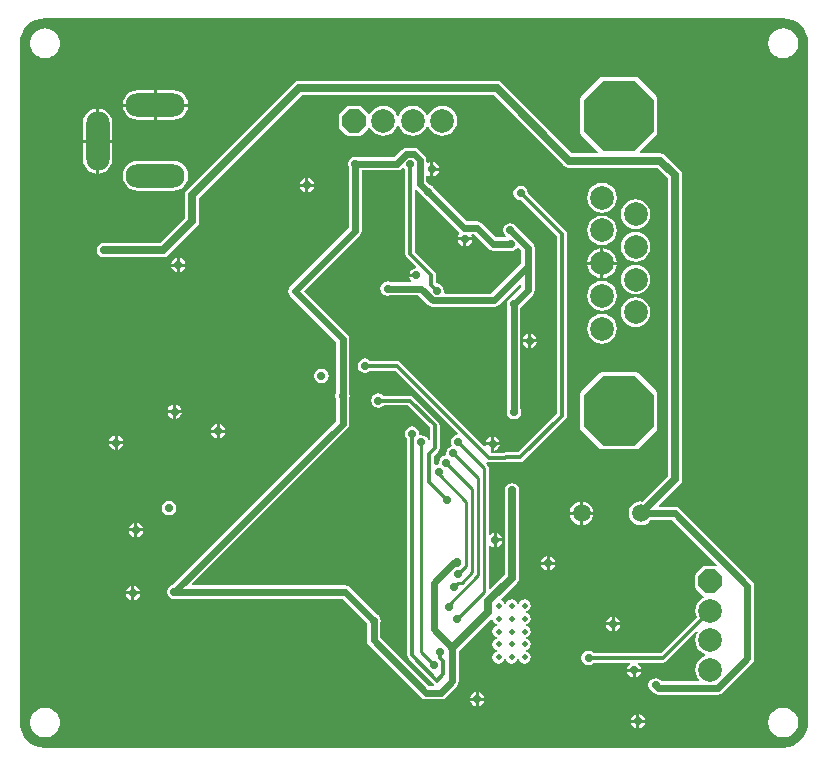
<source format=gbl>
G04 Layer_Physical_Order=2*
G04 Layer_Color=16711680*
%FSLAX43Y43*%
%MOMM*%
G71*
G01*
G75*
%ADD29C,0.300*%
%ADD30C,0.600*%
%ADD31C,0.700*%
%ADD33C,0.250*%
%ADD35C,2.000*%
%ADD36P,2.165X8X22.5*%
%ADD37P,2.165X8X292.5*%
%ADD38P,6.494X8X202.5*%
%ADD39O,5.000X2.000*%
%ADD40O,2.000X5.000*%
%ADD41C,1.500*%
%ADD42C,0.700*%
%ADD43C,0.500*%
G36*
X65000Y54632D02*
Y54632D01*
X65005Y54636D01*
X65417Y54595D01*
X65817Y54473D01*
X66187Y54276D01*
X66510Y54010D01*
X66776Y53687D01*
X66973Y53317D01*
X67095Y52917D01*
X67136Y52505D01*
X67132Y52500D01*
X67132D01*
X67139Y52462D01*
Y-4961D01*
X67131Y-5000D01*
X67131D01*
X67135Y-5004D01*
X67095Y-5417D01*
X66973Y-5817D01*
X66776Y-6187D01*
X66510Y-6510D01*
X66187Y-6776D01*
X65817Y-6973D01*
X65417Y-7095D01*
X65005Y-7135D01*
X65000Y-7131D01*
Y-7131D01*
X64974Y-7136D01*
X64874Y-7139D01*
X2499Y-7139D01*
X2484Y-7142D01*
X2083Y-7103D01*
X1682Y-6981D01*
X1313Y-6784D01*
X989Y-6518D01*
X723Y-6194D01*
X526Y-5825D01*
X404Y-5424D01*
X364Y-5012D01*
X368Y-5008D01*
X368D01*
X361Y-4974D01*
Y52377D01*
X361Y52500D01*
X361Y52501D01*
X369Y52625D01*
X397Y52917D01*
X519Y53318D01*
X716Y53687D01*
X982Y54011D01*
X1306Y54277D01*
X1675Y54474D01*
X2076Y54596D01*
X2488Y54636D01*
X2492Y54632D01*
Y54632D01*
X2526Y54639D01*
X64962D01*
X65000Y54632D01*
D02*
G37*
%LPC*%
G36*
X48921Y12573D02*
X48052D01*
Y11704D01*
X48187Y11722D01*
X48431Y11823D01*
X48641Y11984D01*
X48802Y12194D01*
X48903Y12438D01*
X48921Y12573D01*
D02*
G37*
G36*
X47798D02*
X46929D01*
X46947Y12438D01*
X47048Y12194D01*
X47209Y11984D01*
X47419Y11823D01*
X47663Y11722D01*
X47798Y11704D01*
Y12573D01*
D02*
G37*
G36*
X13000Y13766D02*
X12764Y13719D01*
X12565Y13585D01*
X12431Y13386D01*
X12384Y13150D01*
X12431Y12914D01*
X12565Y12715D01*
X12764Y12581D01*
X13000Y12534D01*
X13236Y12581D01*
X13435Y12715D01*
X13569Y12914D01*
X13616Y13150D01*
X13569Y13386D01*
X13435Y13585D01*
X13236Y13719D01*
X13000Y13766D01*
D02*
G37*
G36*
X48052Y13696D02*
Y12827D01*
X48921D01*
X48903Y12962D01*
X48802Y13206D01*
X48641Y13416D01*
X48431Y13577D01*
X48187Y13678D01*
X48052Y13696D01*
D02*
G37*
G36*
X47798D02*
X47663Y13678D01*
X47419Y13577D01*
X47209Y13416D01*
X47048Y13206D01*
X46947Y12962D01*
X46929Y12827D01*
X47798D01*
Y13696D01*
D02*
G37*
G36*
X10327Y11891D02*
Y11427D01*
X10791D01*
X10769Y11536D01*
X10635Y11735D01*
X10436Y11869D01*
X10327Y11891D01*
D02*
G37*
G36*
X40752Y11041D02*
Y10577D01*
X41216D01*
X41194Y10686D01*
X41060Y10885D01*
X40861Y11019D01*
X40752Y11041D01*
D02*
G37*
G36*
X41216Y10323D02*
X40752D01*
Y9859D01*
X40861Y9881D01*
X41060Y10015D01*
X41194Y10214D01*
X41216Y10323D01*
D02*
G37*
G36*
X10073Y11173D02*
X9609D01*
X9631Y11064D01*
X9765Y10865D01*
X9964Y10731D01*
X10073Y10709D01*
Y11173D01*
D02*
G37*
G36*
Y11891D02*
X9964Y11869D01*
X9765Y11735D01*
X9631Y11536D01*
X9609Y11427D01*
X10073D01*
Y11891D01*
D02*
G37*
G36*
X10791Y11173D02*
X10327D01*
Y10709D01*
X10436Y10731D01*
X10635Y10865D01*
X10769Y11064D01*
X10791Y11173D01*
D02*
G37*
G36*
X40991Y18473D02*
X40527D01*
Y18009D01*
X40636Y18031D01*
X40835Y18165D01*
X40969Y18364D01*
X40991Y18473D01*
D02*
G37*
G36*
X17023Y19548D02*
X16559D01*
X16581Y19439D01*
X16715Y19240D01*
X16914Y19106D01*
X17023Y19084D01*
Y19548D01*
D02*
G37*
G36*
X8652Y19291D02*
Y18827D01*
X9116D01*
X9094Y18936D01*
X8960Y19135D01*
X8761Y19269D01*
X8652Y19291D01*
D02*
G37*
G36*
X17741Y19548D02*
X17277D01*
Y19084D01*
X17386Y19106D01*
X17585Y19240D01*
X17719Y19439D01*
X17741Y19548D01*
D02*
G37*
G36*
X17277Y20266D02*
Y19802D01*
X17741D01*
X17719Y19911D01*
X17585Y20110D01*
X17386Y20244D01*
X17277Y20266D01*
D02*
G37*
G36*
X17023D02*
X16914Y20244D01*
X16715Y20110D01*
X16581Y19911D01*
X16559Y19802D01*
X17023D01*
Y20266D01*
D02*
G37*
G36*
X8398Y19291D02*
X8289Y19269D01*
X8090Y19135D01*
X7956Y18936D01*
X7934Y18827D01*
X8398D01*
Y19291D01*
D02*
G37*
G36*
X9116Y18573D02*
X8652D01*
Y18109D01*
X8761Y18131D01*
X8960Y18265D01*
X9094Y18464D01*
X9116Y18573D01*
D02*
G37*
G36*
X8398D02*
X7934D01*
X7956Y18464D01*
X8090Y18265D01*
X8289Y18131D01*
X8398Y18109D01*
Y18573D01*
D02*
G37*
G36*
X52580Y24644D02*
X49580D01*
X49481Y24624D01*
X49397Y24568D01*
X47897Y23068D01*
X47841Y22984D01*
X47821Y22885D01*
Y19885D01*
X47841Y19786D01*
X47897Y19702D01*
X49397Y18202D01*
X49481Y18146D01*
X49580Y18126D01*
X52580D01*
X52679Y18146D01*
X52763Y18202D01*
X54263Y19702D01*
X54319Y19786D01*
X54339Y19885D01*
Y22885D01*
X54319Y22984D01*
X54263Y23068D01*
X52763Y24568D01*
X52679Y24624D01*
X52580Y24644D01*
D02*
G37*
G36*
X40527Y19191D02*
Y18727D01*
X40991D01*
X40969Y18836D01*
X40835Y19035D01*
X40636Y19169D01*
X40527Y19191D01*
D02*
G37*
G36*
X40273D02*
X40164Y19169D01*
X39965Y19035D01*
X39831Y18836D01*
X39809Y18727D01*
X40273D01*
Y19191D01*
D02*
G37*
G36*
X45227Y9066D02*
Y8602D01*
X45691D01*
X45669Y8711D01*
X45535Y8910D01*
X45336Y9044D01*
X45227Y9066D01*
D02*
G37*
G36*
X39691Y-3152D02*
X39227D01*
Y-3616D01*
X39336Y-3594D01*
X39535Y-3460D01*
X39669Y-3261D01*
X39691Y-3152D01*
D02*
G37*
G36*
X38973D02*
X38509D01*
X38531Y-3261D01*
X38665Y-3460D01*
X38864Y-3594D01*
X38973Y-3616D01*
Y-3152D01*
D02*
G37*
G36*
Y-2434D02*
X38864Y-2456D01*
X38665Y-2590D01*
X38531Y-2789D01*
X38509Y-2898D01*
X38973D01*
Y-2434D01*
D02*
G37*
G36*
X52248Y-727D02*
X51784D01*
X51806Y-836D01*
X51940Y-1035D01*
X52139Y-1169D01*
X52248Y-1191D01*
Y-727D01*
D02*
G37*
G36*
X39227Y-2434D02*
Y-2898D01*
X39691D01*
X39669Y-2789D01*
X39535Y-2590D01*
X39336Y-2456D01*
X39227Y-2434D01*
D02*
G37*
G36*
X65000Y-3732D02*
X64983Y-3736D01*
X64966Y-3735D01*
X64705Y-3769D01*
X64673Y-3780D01*
X64640Y-3786D01*
X64397Y-3887D01*
X64368Y-3906D01*
X64338Y-3921D01*
X64129Y-4081D01*
X64107Y-4107D01*
X64081Y-4129D01*
X63921Y-4338D01*
X63906Y-4368D01*
X63887Y-4397D01*
X63786Y-4640D01*
X63780Y-4673D01*
X63769Y-4705D01*
X63735Y-4966D01*
X63737Y-5000D01*
X63735Y-5034D01*
X63769Y-5295D01*
X63780Y-5327D01*
X63786Y-5360D01*
X63887Y-5603D01*
X63906Y-5632D01*
X63921Y-5662D01*
X64081Y-5871D01*
X64107Y-5893D01*
X64129Y-5919D01*
X64338Y-6079D01*
X64368Y-6094D01*
X64397Y-6113D01*
X64640Y-6214D01*
X64673Y-6220D01*
X64705Y-6231D01*
X64966Y-6265D01*
X64983Y-6264D01*
X65000Y-6268D01*
X65017Y-6264D01*
X65034Y-6265D01*
X65295Y-6231D01*
X65327Y-6220D01*
X65360Y-6214D01*
X65603Y-6113D01*
X65632Y-6094D01*
X65662Y-6079D01*
X65871Y-5919D01*
X65893Y-5893D01*
X65919Y-5871D01*
X66079Y-5662D01*
X66094Y-5632D01*
X66113Y-5603D01*
X66214Y-5360D01*
X66220Y-5327D01*
X66231Y-5295D01*
X66265Y-5034D01*
X66263Y-5000D01*
X66265Y-4966D01*
X66231Y-4705D01*
X66220Y-4673D01*
X66214Y-4640D01*
X66113Y-4397D01*
X66094Y-4368D01*
X66079Y-4338D01*
X65919Y-4129D01*
X65893Y-4107D01*
X65871Y-4081D01*
X65662Y-3921D01*
X65632Y-3906D01*
X65603Y-3887D01*
X65360Y-3786D01*
X65327Y-3780D01*
X65295Y-3769D01*
X65034Y-3735D01*
X65017Y-3736D01*
X65000Y-3732D01*
D02*
G37*
G36*
X53291Y-5027D02*
X52827D01*
Y-5491D01*
X52936Y-5469D01*
X53135Y-5335D01*
X53269Y-5136D01*
X53291Y-5027D01*
D02*
G37*
G36*
X52573D02*
X52109D01*
X52131Y-5136D01*
X52265Y-5335D01*
X52464Y-5469D01*
X52573Y-5491D01*
Y-5027D01*
D02*
G37*
G36*
Y-4309D02*
X52464Y-4331D01*
X52265Y-4465D01*
X52131Y-4664D01*
X52109Y-4773D01*
X52573D01*
Y-4309D01*
D02*
G37*
G36*
X2500Y-3732D02*
X2483Y-3736D01*
X2466Y-3735D01*
X2205Y-3769D01*
X2173Y-3780D01*
X2140Y-3786D01*
X1897Y-3887D01*
X1868Y-3906D01*
X1838Y-3921D01*
X1629Y-4081D01*
X1607Y-4107D01*
X1581Y-4129D01*
X1421Y-4338D01*
X1406Y-4368D01*
X1387Y-4397D01*
X1286Y-4640D01*
X1280Y-4673D01*
X1269Y-4705D01*
X1235Y-4966D01*
X1237Y-5000D01*
X1235Y-5034D01*
X1269Y-5295D01*
X1280Y-5327D01*
X1286Y-5360D01*
X1387Y-5603D01*
X1406Y-5632D01*
X1421Y-5662D01*
X1581Y-5871D01*
X1607Y-5893D01*
X1629Y-5919D01*
X1838Y-6079D01*
X1868Y-6094D01*
X1897Y-6113D01*
X2140Y-6214D01*
X2173Y-6220D01*
X2205Y-6231D01*
X2466Y-6265D01*
X2483Y-6264D01*
X2500Y-6268D01*
X2517Y-6264D01*
X2534Y-6265D01*
X2795Y-6231D01*
X2827Y-6220D01*
X2860Y-6214D01*
X3103Y-6113D01*
X3132Y-6094D01*
X3162Y-6079D01*
X3371Y-5919D01*
X3393Y-5893D01*
X3419Y-5871D01*
X3579Y-5662D01*
X3594Y-5632D01*
X3613Y-5603D01*
X3714Y-5360D01*
X3720Y-5327D01*
X3731Y-5295D01*
X3765Y-5034D01*
X3763Y-5000D01*
X3765Y-4966D01*
X3731Y-4705D01*
X3720Y-4673D01*
X3714Y-4640D01*
X3613Y-4397D01*
X3594Y-4368D01*
X3579Y-4338D01*
X3419Y-4129D01*
X3393Y-4107D01*
X3371Y-4081D01*
X3162Y-3921D01*
X3132Y-3906D01*
X3103Y-3887D01*
X2860Y-3786D01*
X2827Y-3780D01*
X2795Y-3769D01*
X2534Y-3735D01*
X2517Y-3736D01*
X2500Y-3732D01*
D02*
G37*
G36*
X52827Y-4309D02*
Y-4773D01*
X53291D01*
X53269Y-4664D01*
X53135Y-4465D01*
X52936Y-4331D01*
X52827Y-4309D01*
D02*
G37*
G36*
X52966Y-727D02*
X52502D01*
Y-1191D01*
X52611Y-1169D01*
X52810Y-1035D01*
X52944Y-836D01*
X52966Y-727D01*
D02*
G37*
G36*
X10077Y6566D02*
Y6102D01*
X10541D01*
X10519Y6211D01*
X10385Y6410D01*
X10186Y6544D01*
X10077Y6566D01*
D02*
G37*
G36*
X9823D02*
X9714Y6544D01*
X9515Y6410D01*
X9381Y6211D01*
X9359Y6102D01*
X9823D01*
Y6566D01*
D02*
G37*
G36*
X44973Y8348D02*
X44509D01*
X44531Y8239D01*
X44665Y8040D01*
X44864Y7906D01*
X44973Y7884D01*
Y8348D01*
D02*
G37*
G36*
Y9066D02*
X44864Y9044D01*
X44665Y8910D01*
X44531Y8711D01*
X44509Y8602D01*
X44973D01*
Y9066D01*
D02*
G37*
G36*
X45691Y8348D02*
X45227D01*
Y7884D01*
X45336Y7906D01*
X45535Y8040D01*
X45669Y8239D01*
X45691Y8348D01*
D02*
G37*
G36*
X10541Y5848D02*
X10077D01*
Y5384D01*
X10186Y5406D01*
X10385Y5540D01*
X10519Y5739D01*
X10541Y5848D01*
D02*
G37*
G36*
X51191Y3223D02*
X50727D01*
Y2759D01*
X50836Y2781D01*
X51035Y2915D01*
X51169Y3114D01*
X51191Y3223D01*
D02*
G37*
G36*
X50473D02*
X50009D01*
X50031Y3114D01*
X50165Y2915D01*
X50364Y2781D01*
X50473Y2759D01*
Y3223D01*
D02*
G37*
G36*
Y3941D02*
X50364Y3919D01*
X50165Y3785D01*
X50031Y3586D01*
X50009Y3477D01*
X50473D01*
Y3941D01*
D02*
G37*
G36*
X9823Y5848D02*
X9359D01*
X9381Y5739D01*
X9515Y5540D01*
X9714Y5406D01*
X9823Y5384D01*
Y5848D01*
D02*
G37*
G36*
X50727Y3941D02*
Y3477D01*
X51191D01*
X51169Y3586D01*
X51035Y3785D01*
X50836Y3919D01*
X50727Y3941D01*
D02*
G37*
G36*
X13348Y21198D02*
X12884D01*
X12906Y21089D01*
X13040Y20890D01*
X13239Y20756D01*
X13348Y20734D01*
Y21198D01*
D02*
G37*
G36*
X24548Y41091D02*
X24439Y41069D01*
X24240Y40935D01*
X24106Y40736D01*
X24084Y40627D01*
X24548D01*
Y41091D01*
D02*
G37*
G36*
X13350Y42540D02*
X10350D01*
X10023Y42497D01*
X9718Y42370D01*
X9456Y42169D01*
X9255Y41907D01*
X9128Y41602D01*
X9085Y41275D01*
X9128Y40948D01*
X9255Y40643D01*
X9456Y40381D01*
X9718Y40180D01*
X10023Y40053D01*
X10350Y40010D01*
X13350D01*
X13677Y40053D01*
X13982Y40180D01*
X14244Y40381D01*
X14445Y40643D01*
X14572Y40948D01*
X14615Y41275D01*
X14572Y41602D01*
X14445Y41907D01*
X14244Y42169D01*
X13982Y42370D01*
X13677Y42497D01*
X13350Y42540D01*
D02*
G37*
G36*
X24802Y41091D02*
Y40627D01*
X25266D01*
X25244Y40736D01*
X25110Y40935D01*
X24911Y41069D01*
X24802Y41091D01*
D02*
G37*
G36*
X8215Y44098D02*
X7077D01*
Y41477D01*
X7277Y41503D01*
X7582Y41630D01*
X7844Y41831D01*
X8045Y42093D01*
X8172Y42398D01*
X8215Y42725D01*
Y44098D01*
D02*
G37*
G36*
X35841Y41723D02*
X35377D01*
Y41259D01*
X35486Y41281D01*
X35685Y41415D01*
X35819Y41614D01*
X35841Y41723D01*
D02*
G37*
G36*
X25266Y40373D02*
X24802D01*
Y39909D01*
X24911Y39931D01*
X25110Y40065D01*
X25244Y40264D01*
X25266Y40373D01*
D02*
G37*
G36*
X49660Y37920D02*
X49333Y37877D01*
X49028Y37750D01*
X48766Y37549D01*
X48565Y37287D01*
X48438Y36982D01*
X48395Y36655D01*
X48438Y36328D01*
X48565Y36023D01*
X48766Y35761D01*
X49028Y35560D01*
X49333Y35433D01*
X49660Y35390D01*
X49987Y35433D01*
X50292Y35560D01*
X50554Y35761D01*
X50755Y36023D01*
X50882Y36328D01*
X50925Y36655D01*
X50882Y36982D01*
X50755Y37287D01*
X50554Y37549D01*
X50292Y37750D01*
X49987Y37877D01*
X49660Y37920D01*
D02*
G37*
G36*
X2500Y53768D02*
X2483Y53764D01*
X2466Y53765D01*
X2205Y53731D01*
X2173Y53720D01*
X2140Y53714D01*
X1897Y53613D01*
X1868Y53594D01*
X1838Y53579D01*
X1629Y53419D01*
X1607Y53393D01*
X1581Y53371D01*
X1421Y53162D01*
X1406Y53132D01*
X1387Y53103D01*
X1286Y52860D01*
X1280Y52827D01*
X1269Y52795D01*
X1235Y52534D01*
X1237Y52500D01*
X1235Y52466D01*
X1269Y52205D01*
X1280Y52173D01*
X1286Y52140D01*
X1387Y51897D01*
X1406Y51868D01*
X1421Y51838D01*
X1581Y51629D01*
X1607Y51607D01*
X1629Y51581D01*
X1838Y51421D01*
X1868Y51406D01*
X1897Y51387D01*
X2140Y51286D01*
X2173Y51280D01*
X2205Y51269D01*
X2466Y51235D01*
X2483Y51236D01*
X2500Y51232D01*
X2517Y51236D01*
X2534Y51235D01*
X2795Y51269D01*
X2827Y51280D01*
X2860Y51286D01*
X3103Y51387D01*
X3132Y51406D01*
X3162Y51421D01*
X3371Y51581D01*
X3393Y51607D01*
X3419Y51629D01*
X3579Y51838D01*
X3594Y51868D01*
X3613Y51897D01*
X3714Y52140D01*
X3720Y52173D01*
X3731Y52205D01*
X3765Y52466D01*
X3763Y52500D01*
X3765Y52534D01*
X3731Y52795D01*
X3720Y52827D01*
X3714Y52860D01*
X3613Y53103D01*
X3594Y53132D01*
X3579Y53162D01*
X3419Y53371D01*
X3393Y53393D01*
X3371Y53419D01*
X3162Y53579D01*
X3132Y53594D01*
X3103Y53613D01*
X2860Y53714D01*
X2827Y53720D01*
X2795Y53731D01*
X2534Y53765D01*
X2517Y53764D01*
X2500Y53768D01*
D02*
G37*
G36*
X52500Y39305D02*
X52173Y39262D01*
X51868Y39135D01*
X51606Y38934D01*
X51405Y38672D01*
X51278Y38367D01*
X51235Y38040D01*
X51278Y37713D01*
X51405Y37408D01*
X51606Y37146D01*
X51868Y36945D01*
X52173Y36818D01*
X52500Y36775D01*
X52827Y36818D01*
X53132Y36945D01*
X53394Y37146D01*
X53595Y37408D01*
X53722Y37713D01*
X53765Y38040D01*
X53722Y38367D01*
X53595Y38672D01*
X53394Y38934D01*
X53132Y39135D01*
X52827Y39262D01*
X52500Y39305D01*
D02*
G37*
G36*
X24548Y40373D02*
X24084D01*
X24106Y40264D01*
X24240Y40065D01*
X24439Y39931D01*
X24548Y39909D01*
Y40373D01*
D02*
G37*
G36*
X49660Y40690D02*
X49333Y40647D01*
X49028Y40520D01*
X48766Y40319D01*
X48565Y40057D01*
X48438Y39752D01*
X48395Y39425D01*
X48438Y39098D01*
X48565Y38793D01*
X48766Y38531D01*
X49028Y38330D01*
X49333Y38203D01*
X49660Y38160D01*
X49987Y38203D01*
X50292Y38330D01*
X50554Y38531D01*
X50755Y38793D01*
X50882Y39098D01*
X50925Y39425D01*
X50882Y39752D01*
X50755Y40057D01*
X50554Y40319D01*
X50292Y40520D01*
X49987Y40647D01*
X49660Y40690D01*
D02*
G37*
G36*
X14598Y47148D02*
X11977D01*
Y46010D01*
X13350D01*
X13677Y46053D01*
X13982Y46180D01*
X14244Y46381D01*
X14445Y46643D01*
X14572Y46948D01*
X14598Y47148D01*
D02*
G37*
G36*
X11723D02*
X9102D01*
X9128Y46948D01*
X9255Y46643D01*
X9456Y46381D01*
X9718Y46180D01*
X10023Y46053D01*
X10350Y46010D01*
X11723D01*
Y47148D01*
D02*
G37*
G36*
X36150Y47215D02*
X35823Y47172D01*
X35518Y47045D01*
X35256Y46844D01*
X35055Y46582D01*
X34969Y46375D01*
X34831D01*
X34745Y46582D01*
X34544Y46844D01*
X34282Y47045D01*
X33977Y47172D01*
X33650Y47215D01*
X33323Y47172D01*
X33018Y47045D01*
X32756Y46844D01*
X32555Y46582D01*
X32469Y46375D01*
X32331D01*
X32245Y46582D01*
X32044Y46844D01*
X31782Y47045D01*
X31477Y47172D01*
X31150Y47215D01*
X30823Y47172D01*
X30518Y47045D01*
X30256Y46844D01*
X30055Y46582D01*
X30026Y46513D01*
X29894Y46526D01*
X29889Y46549D01*
X29833Y46633D01*
X29333Y47133D01*
X29249Y47189D01*
X29150Y47209D01*
X28150D01*
X28051Y47189D01*
X27967Y47133D01*
X27467Y46633D01*
X27467Y46633D01*
X27411Y46549D01*
X27391Y46450D01*
Y45450D01*
X27411Y45351D01*
X27467Y45267D01*
X27967Y44767D01*
X28051Y44711D01*
X28150Y44691D01*
X29150D01*
X29249Y44711D01*
X29333Y44767D01*
X29833Y45267D01*
X29833Y45267D01*
X29889Y45351D01*
X29894Y45374D01*
X30026Y45387D01*
X30055Y45318D01*
X30256Y45056D01*
X30518Y44855D01*
X30823Y44728D01*
X31150Y44685D01*
X31477Y44728D01*
X31782Y44855D01*
X32044Y45056D01*
X32245Y45318D01*
X32331Y45525D01*
X32469D01*
X32555Y45318D01*
X32756Y45056D01*
X33018Y44855D01*
X33323Y44728D01*
X33650Y44685D01*
X33977Y44728D01*
X34282Y44855D01*
X34544Y45056D01*
X34745Y45318D01*
X34831Y45525D01*
X34969D01*
X35055Y45318D01*
X35256Y45056D01*
X35518Y44855D01*
X35823Y44728D01*
X36150Y44685D01*
X36477Y44728D01*
X36782Y44855D01*
X37044Y45056D01*
X37245Y45318D01*
X37372Y45623D01*
X37415Y45950D01*
X37372Y46277D01*
X37245Y46582D01*
X37044Y46844D01*
X36782Y47045D01*
X36477Y47172D01*
X36150Y47215D01*
D02*
G37*
G36*
X13350Y48540D02*
X11977D01*
Y47402D01*
X14598D01*
X14572Y47602D01*
X14445Y47907D01*
X14244Y48169D01*
X13982Y48370D01*
X13677Y48497D01*
X13350Y48540D01*
D02*
G37*
G36*
X11723D02*
X10350D01*
X10023Y48497D01*
X9718Y48370D01*
X9456Y48169D01*
X9255Y47907D01*
X9128Y47602D01*
X9102Y47402D01*
X11723D01*
Y48540D01*
D02*
G37*
G36*
X7077Y46973D02*
Y44352D01*
X8215D01*
Y45725D01*
X8172Y46052D01*
X8045Y46357D01*
X7844Y46619D01*
X7582Y46820D01*
X7277Y46947D01*
X7077Y46973D01*
D02*
G37*
G36*
X35377Y42441D02*
Y41977D01*
X35841D01*
X35819Y42086D01*
X35685Y42285D01*
X35486Y42419D01*
X35377Y42441D01*
D02*
G37*
G36*
X6823Y44098D02*
X5685D01*
Y42725D01*
X5728Y42398D01*
X5855Y42093D01*
X6056Y41831D01*
X6318Y41630D01*
X6623Y41503D01*
X6823Y41477D01*
Y44098D01*
D02*
G37*
G36*
X52580Y49644D02*
X49580D01*
X49481Y49624D01*
X49397Y49568D01*
X47897Y48068D01*
X47841Y47984D01*
X47821Y47885D01*
Y44885D01*
X47841Y44786D01*
X47897Y44702D01*
X49281Y43318D01*
X49228Y43191D01*
X47130D01*
X41185Y49135D01*
X40986Y49269D01*
X40750Y49316D01*
X23983D01*
X23747Y49269D01*
X23548Y49135D01*
X14519Y40106D01*
X14385Y39907D01*
X14338Y39671D01*
Y37709D01*
X12245Y35616D01*
X7500D01*
X7264Y35569D01*
X7065Y35435D01*
X6931Y35236D01*
X6884Y35000D01*
X6931Y34764D01*
X7065Y34565D01*
X7264Y34431D01*
X7500Y34384D01*
X12500D01*
X12736Y34431D01*
X12935Y34565D01*
X15389Y37019D01*
X15523Y37218D01*
X15570Y37454D01*
Y39416D01*
X24238Y48084D01*
X40495D01*
X46440Y42140D01*
X46639Y42006D01*
X46875Y41959D01*
X54320D01*
X55209Y41070D01*
Y15855D01*
X53050Y13696D01*
X52925Y13713D01*
X52663Y13678D01*
X52419Y13577D01*
X52209Y13416D01*
X52048Y13206D01*
X51947Y12962D01*
X51912Y12700D01*
X51947Y12438D01*
X52048Y12194D01*
X52209Y11984D01*
X52419Y11823D01*
X52663Y11722D01*
X52925Y11687D01*
X53187Y11722D01*
X53431Y11823D01*
X53641Y11984D01*
X53757Y12135D01*
X55616D01*
X59403Y8348D01*
X59341Y8231D01*
X59325Y8234D01*
X58325D01*
X58226Y8214D01*
X58142Y8158D01*
X57642Y7658D01*
X57586Y7574D01*
X57566Y7475D01*
Y6475D01*
X57586Y6376D01*
X57642Y6292D01*
X58142Y5792D01*
X58142Y5792D01*
X58226Y5736D01*
X58249Y5731D01*
X58262Y5599D01*
X58193Y5570D01*
X57931Y5369D01*
X57730Y5107D01*
X57603Y4802D01*
X57560Y4475D01*
X57603Y4148D01*
X57695Y3927D01*
X54654Y887D01*
X48976D01*
X48960Y910D01*
X48761Y1044D01*
X48525Y1091D01*
X48289Y1044D01*
X48090Y910D01*
X47956Y711D01*
X47909Y475D01*
X47956Y239D01*
X48090Y40D01*
X48289Y-94D01*
X48525Y-141D01*
X48761Y-94D01*
X48960Y40D01*
X48976Y63D01*
X52052D01*
X52090Y-64D01*
X51940Y-165D01*
X51806Y-364D01*
X51784Y-473D01*
X52966D01*
X52944Y-364D01*
X52810Y-165D01*
X52660Y-64D01*
X52698Y63D01*
X54825D01*
X54983Y94D01*
X55116Y184D01*
X57667Y2735D01*
X57763Y2651D01*
X57730Y2607D01*
X57603Y2302D01*
X57560Y1975D01*
X57603Y1648D01*
X57730Y1343D01*
X57931Y1081D01*
X58193Y880D01*
X58400Y794D01*
Y656D01*
X58193Y570D01*
X57931Y369D01*
X57730Y107D01*
X57603Y-198D01*
X57560Y-525D01*
X57603Y-852D01*
X57730Y-1157D01*
X57906Y-1387D01*
X57860Y-1514D01*
X54702D01*
X54635Y-1415D01*
X54436Y-1281D01*
X54200Y-1234D01*
X53964Y-1281D01*
X53765Y-1415D01*
X53631Y-1614D01*
X53584Y-1850D01*
X53631Y-2086D01*
X53765Y-2285D01*
X53964Y-2419D01*
X53972Y-2420D01*
X54030Y-2478D01*
X54030Y-2478D01*
X54213Y-2601D01*
X54429Y-2644D01*
X59469D01*
X59469Y-2644D01*
X59685Y-2601D01*
X59868Y-2478D01*
X62374Y28D01*
X62374Y28D01*
X62497Y211D01*
X62540Y427D01*
Y6575D01*
X62540Y6575D01*
X62497Y6791D01*
X62374Y6974D01*
X62374Y6974D01*
X56249Y13099D01*
X56066Y13222D01*
X55850Y13265D01*
X55850Y13265D01*
X54527D01*
X54478Y13382D01*
X56260Y15165D01*
X56394Y15364D01*
X56441Y15600D01*
Y41325D01*
X56394Y41561D01*
X56260Y41760D01*
X55010Y43010D01*
X54811Y43144D01*
X54575Y43191D01*
X52932D01*
X52879Y43318D01*
X54263Y44702D01*
X54319Y44786D01*
X54339Y44885D01*
Y47885D01*
X54319Y47984D01*
X54263Y48068D01*
X52763Y49568D01*
X52679Y49624D01*
X52580Y49644D01*
D02*
G37*
G36*
X6823Y46973D02*
X6623Y46947D01*
X6318Y46820D01*
X6056Y46619D01*
X5855Y46357D01*
X5728Y46052D01*
X5685Y45725D01*
Y44352D01*
X6823D01*
Y46973D01*
D02*
G37*
G36*
X33758Y43669D02*
X33758Y43669D01*
X33092D01*
X33092Y43669D01*
X32876Y43626D01*
X32693Y43503D01*
X32693Y43503D01*
X32054Y42865D01*
X29017D01*
X29011Y42869D01*
X28775Y42916D01*
X28539Y42869D01*
X28340Y42735D01*
X28206Y42536D01*
X28159Y42300D01*
X28206Y42064D01*
X28210Y42058D01*
Y36884D01*
X23251Y31924D01*
X23128Y31741D01*
X23085Y31525D01*
X23128Y31309D01*
X23251Y31126D01*
X27135Y27241D01*
Y22867D01*
X27131Y22861D01*
X27084Y22625D01*
X27131Y22389D01*
X27135Y22383D01*
Y20534D01*
X13222Y6620D01*
X13214Y6619D01*
X13015Y6485D01*
X12881Y6286D01*
X12834Y6050D01*
X12881Y5814D01*
X13015Y5615D01*
X13214Y5481D01*
X13450Y5434D01*
X13686Y5481D01*
X13692Y5485D01*
X27666D01*
X29755Y3397D01*
X29756Y3389D01*
X29760Y3383D01*
Y1950D01*
X29760Y1950D01*
X29803Y1734D01*
X29926Y1551D01*
X34351Y-2874D01*
X34351Y-2874D01*
X34534Y-2997D01*
X34750Y-3040D01*
X34750Y-3040D01*
X36025D01*
X36025Y-3040D01*
X36241Y-2997D01*
X36424Y-2874D01*
X37382Y-1916D01*
X37382Y-1916D01*
X37505Y-1733D01*
X37548Y-1517D01*
Y1010D01*
X40270Y3732D01*
X40408Y3691D01*
X40425Y3603D01*
X40537Y3437D01*
X40703Y3325D01*
X40756Y3315D01*
Y3185D01*
X40703Y3175D01*
X40537Y3063D01*
X40425Y2897D01*
X40386Y2700D01*
X40425Y2503D01*
X40537Y2337D01*
X40703Y2225D01*
X40756Y2215D01*
Y2085D01*
X40703Y2075D01*
X40537Y1963D01*
X40425Y1797D01*
X40386Y1600D01*
X40425Y1403D01*
X40537Y1237D01*
X40703Y1125D01*
X40756Y1115D01*
Y985D01*
X40703Y975D01*
X40537Y863D01*
X40425Y697D01*
X40386Y500D01*
X40425Y303D01*
X40537Y137D01*
X40703Y25D01*
X40900Y-14D01*
X41097Y25D01*
X41263Y137D01*
X41375Y303D01*
X41385Y356D01*
X41515D01*
X41525Y303D01*
X41637Y137D01*
X41803Y25D01*
X42000Y-14D01*
X42197Y25D01*
X42363Y137D01*
X42475Y303D01*
X42485Y356D01*
X42615D01*
X42625Y303D01*
X42737Y137D01*
X42903Y25D01*
X43100Y-14D01*
X43297Y25D01*
X43463Y137D01*
X43575Y303D01*
X43614Y500D01*
X43575Y697D01*
X43463Y863D01*
X43297Y975D01*
X43244Y985D01*
Y1115D01*
X43297Y1125D01*
X43463Y1237D01*
X43575Y1403D01*
X43614Y1600D01*
X43575Y1797D01*
X43463Y1963D01*
X43297Y2075D01*
X43244Y2085D01*
Y2215D01*
X43297Y2225D01*
X43463Y2337D01*
X43575Y2503D01*
X43614Y2700D01*
X43575Y2897D01*
X43463Y3063D01*
X43297Y3175D01*
X43244Y3185D01*
Y3315D01*
X43297Y3325D01*
X43463Y3437D01*
X43575Y3603D01*
X43614Y3800D01*
X43575Y3997D01*
X43463Y4163D01*
X43297Y4275D01*
X43244Y4285D01*
Y4415D01*
X43297Y4425D01*
X43463Y4537D01*
X43575Y4703D01*
X43614Y4900D01*
X43575Y5097D01*
X43463Y5263D01*
X43297Y5375D01*
X43100Y5414D01*
X42903Y5375D01*
X42737Y5263D01*
X42625Y5097D01*
X42615Y5044D01*
X42485D01*
X42475Y5097D01*
X42363Y5263D01*
X42197Y5375D01*
X42000Y5414D01*
X41803Y5375D01*
X41637Y5263D01*
X41525Y5097D01*
X41515Y5044D01*
X41385D01*
X41375Y5097D01*
X41263Y5263D01*
X41169Y5326D01*
X41147Y5484D01*
X42485Y6822D01*
X42619Y7022D01*
X42666Y7258D01*
Y14650D01*
X42619Y14886D01*
X42485Y15085D01*
X42286Y15219D01*
X42050Y15266D01*
X41814Y15219D01*
X41615Y15085D01*
X41481Y14886D01*
X41434Y14650D01*
Y7513D01*
X40195Y6273D01*
X40077Y6322D01*
Y9971D01*
X40204Y10005D01*
X40389Y9881D01*
X40498Y9859D01*
Y10450D01*
Y11041D01*
X40389Y11019D01*
X40204Y10895D01*
X40077Y10929D01*
Y16534D01*
X40077Y16534D01*
X40048Y16682D01*
X39964Y16807D01*
X39804Y16967D01*
X39885Y17066D01*
X39917Y17044D01*
X40075Y17013D01*
X41475D01*
X41601Y17038D01*
X42750D01*
X42908Y17069D01*
X43041Y17159D01*
X46566Y20684D01*
X46656Y20817D01*
X46687Y20975D01*
Y36325D01*
X46656Y36483D01*
X46566Y36616D01*
X43385Y39797D01*
X43391Y39825D01*
X43344Y40061D01*
X43210Y40260D01*
X43011Y40394D01*
X42775Y40441D01*
X42539Y40394D01*
X42340Y40260D01*
X42206Y40061D01*
X42159Y39825D01*
X42206Y39589D01*
X42340Y39390D01*
X42539Y39256D01*
X42775Y39209D01*
X42803Y39215D01*
X45863Y36154D01*
Y21146D01*
X42579Y17862D01*
X41500D01*
X41374Y17837D01*
X40296D01*
X40264Y17882D01*
X40273Y17896D01*
Y18473D01*
X39809D01*
X39814Y18448D01*
X39697Y18385D01*
X32591Y25491D01*
X32458Y25581D01*
X32300Y25612D01*
X30051D01*
X30035Y25635D01*
X29836Y25769D01*
X29600Y25816D01*
X29364Y25769D01*
X29165Y25635D01*
X29031Y25436D01*
X28984Y25200D01*
X29031Y24964D01*
X29165Y24765D01*
X29364Y24631D01*
X29600Y24584D01*
X29836Y24631D01*
X30035Y24765D01*
X30051Y24788D01*
X32129D01*
X37431Y19487D01*
X37389Y19349D01*
X37239Y19319D01*
X37040Y19185D01*
X36906Y18986D01*
X36859Y18750D01*
X36906Y18514D01*
X36935Y18471D01*
X36887Y18353D01*
X36839Y18344D01*
X36640Y18210D01*
X36506Y18011D01*
X36459Y17775D01*
X36467Y17737D01*
X36366Y17594D01*
X36239Y17569D01*
X36040Y17435D01*
X35906Y17236D01*
X35859Y17000D01*
X35880Y16896D01*
X35825Y16841D01*
X35589Y16794D01*
X35574Y16784D01*
X35462Y16844D01*
Y17579D01*
X35791Y17909D01*
X35881Y18042D01*
X35912Y18200D01*
Y20150D01*
X35881Y20308D01*
X35791Y20441D01*
X33691Y22541D01*
X33558Y22631D01*
X33400Y22662D01*
X31176D01*
X31160Y22685D01*
X30961Y22819D01*
X30725Y22866D01*
X30489Y22819D01*
X30290Y22685D01*
X30156Y22486D01*
X30109Y22250D01*
X30156Y22014D01*
X30290Y21815D01*
X30489Y21681D01*
X30725Y21634D01*
X30961Y21681D01*
X31160Y21815D01*
X31176Y21838D01*
X33229D01*
X35088Y19979D01*
Y18887D01*
X34961Y18875D01*
X34944Y18961D01*
X34810Y19160D01*
X34611Y19294D01*
X34375Y19341D01*
X34273Y19320D01*
X34183Y19410D01*
X34191Y19450D01*
X34144Y19686D01*
X34010Y19885D01*
X33811Y20019D01*
X33575Y20066D01*
X33339Y20019D01*
X33140Y19885D01*
X33006Y19686D01*
X32959Y19450D01*
X33006Y19214D01*
X33140Y19015D01*
X33163Y18999D01*
Y675D01*
X33194Y517D01*
X33284Y384D01*
X35409Y-1741D01*
X35471Y-1783D01*
X35433Y-1910D01*
X34984D01*
X30890Y2184D01*
Y3383D01*
X30894Y3389D01*
X30941Y3625D01*
X30894Y3861D01*
X30760Y4060D01*
X30561Y4194D01*
X30553Y4195D01*
X28299Y6449D01*
X28116Y6572D01*
X27900Y6615D01*
X27900Y6615D01*
X14980D01*
X14931Y6732D01*
X28099Y19901D01*
X28099Y19901D01*
X28222Y20084D01*
X28265Y20300D01*
X28265Y20300D01*
Y22383D01*
X28269Y22389D01*
X28316Y22625D01*
X28269Y22861D01*
X28265Y22867D01*
Y27475D01*
X28265Y27475D01*
X28222Y27691D01*
X28099Y27874D01*
X28099Y27874D01*
X24449Y31525D01*
X29174Y36251D01*
X29174Y36251D01*
X29297Y36434D01*
X29340Y36650D01*
X29340Y36650D01*
Y41735D01*
X32288D01*
X32288Y41735D01*
X32504Y41778D01*
X32687Y41901D01*
X32763Y41976D01*
X32926Y41960D01*
X32990Y41865D01*
X33013Y41849D01*
Y34666D01*
X33044Y34509D01*
X33134Y34375D01*
X33920Y33589D01*
X33878Y33451D01*
X33714Y33419D01*
X33515Y33285D01*
X33381Y33086D01*
X33359Y32977D01*
X33950D01*
Y32723D01*
X33359D01*
X33381Y32614D01*
X33515Y32415D01*
X33519Y32411D01*
X33482Y32290D01*
X31742D01*
X31736Y32294D01*
X31500Y32341D01*
X31264Y32294D01*
X31065Y32160D01*
X30931Y31961D01*
X30884Y31725D01*
X30931Y31489D01*
X31065Y31290D01*
X31264Y31156D01*
X31500Y31109D01*
X31736Y31156D01*
X31742Y31160D01*
X34104D01*
X34918Y30347D01*
X35101Y30224D01*
X35317Y30181D01*
X35317Y30181D01*
X40521D01*
X40521Y30181D01*
X40737Y30224D01*
X40920Y30347D01*
X42718Y32144D01*
X42835Y32095D01*
Y31834D01*
X41972Y30970D01*
X41964Y30969D01*
X41765Y30835D01*
X41631Y30636D01*
X41584Y30400D01*
X41610Y30269D01*
Y21431D01*
X41584Y21300D01*
X41631Y21064D01*
X41765Y20865D01*
X41964Y20731D01*
X42200Y20684D01*
X42436Y20731D01*
X42635Y20865D01*
X42769Y21064D01*
X42816Y21300D01*
X42769Y21536D01*
X42740Y21579D01*
Y30121D01*
X42769Y30164D01*
X42770Y30172D01*
X43799Y31201D01*
X43799Y31201D01*
X43922Y31384D01*
X43965Y31600D01*
X43965Y31600D01*
Y33625D01*
X43965Y33625D01*
X43965Y33625D01*
Y35175D01*
X43922Y35391D01*
X43799Y35574D01*
X43799Y35574D01*
X42470Y36903D01*
X42469Y36911D01*
X42335Y37110D01*
X42136Y37244D01*
X41900Y37291D01*
X41664Y37244D01*
X41465Y37110D01*
X41331Y36911D01*
X41284Y36675D01*
X41331Y36439D01*
X41465Y36240D01*
X41536Y36192D01*
X41497Y36065D01*
X40671D01*
X39457Y37278D01*
X39274Y37401D01*
X39058Y37444D01*
X39058Y37444D01*
X38205D01*
X35470Y40178D01*
X35469Y40186D01*
X35335Y40385D01*
X35136Y40519D01*
X35128Y40520D01*
X34794Y40855D01*
Y41276D01*
X34921Y41343D01*
X35014Y41281D01*
X35123Y41259D01*
Y41850D01*
Y42441D01*
X35014Y42419D01*
X34921Y42356D01*
X34794Y42424D01*
Y42633D01*
X34794Y42633D01*
X34751Y42849D01*
X34628Y43032D01*
X34628Y43032D01*
X34157Y43503D01*
X33974Y43626D01*
X33758Y43669D01*
D02*
G37*
G36*
X65000Y53768D02*
X64983Y53764D01*
X64966Y53765D01*
X64705Y53731D01*
X64673Y53720D01*
X64640Y53714D01*
X64397Y53613D01*
X64368Y53594D01*
X64338Y53579D01*
X64129Y53419D01*
X64107Y53393D01*
X64081Y53371D01*
X63921Y53162D01*
X63906Y53132D01*
X63887Y53103D01*
X63786Y52860D01*
X63780Y52827D01*
X63769Y52795D01*
X63735Y52534D01*
X63737Y52500D01*
X63735Y52466D01*
X63769Y52205D01*
X63780Y52173D01*
X63786Y52140D01*
X63887Y51897D01*
X63906Y51868D01*
X63921Y51838D01*
X64081Y51629D01*
X64107Y51607D01*
X64129Y51581D01*
X64338Y51421D01*
X64368Y51406D01*
X64397Y51387D01*
X64640Y51286D01*
X64673Y51280D01*
X64705Y51269D01*
X64966Y51235D01*
X64983Y51236D01*
X65000Y51232D01*
X65017Y51236D01*
X65034Y51235D01*
X65295Y51269D01*
X65327Y51280D01*
X65360Y51286D01*
X65603Y51387D01*
X65632Y51406D01*
X65662Y51421D01*
X65871Y51581D01*
X65893Y51607D01*
X65919Y51629D01*
X66079Y51838D01*
X66094Y51868D01*
X66113Y51897D01*
X66214Y52140D01*
X66220Y52173D01*
X66231Y52205D01*
X66265Y52466D01*
X66263Y52500D01*
X66265Y52534D01*
X66231Y52795D01*
X66220Y52827D01*
X66214Y52860D01*
X66113Y53103D01*
X66094Y53132D01*
X66079Y53162D01*
X65919Y53371D01*
X65893Y53393D01*
X65871Y53419D01*
X65662Y53579D01*
X65632Y53594D01*
X65603Y53613D01*
X65360Y53714D01*
X65327Y53720D01*
X65295Y53731D01*
X65034Y53765D01*
X65017Y53764D01*
X65000Y53768D01*
D02*
G37*
G36*
X43398Y27891D02*
X43289Y27869D01*
X43090Y27735D01*
X42956Y27536D01*
X42934Y27427D01*
X43398D01*
Y27891D01*
D02*
G37*
G36*
X49660Y29610D02*
X49333Y29567D01*
X49028Y29440D01*
X48766Y29239D01*
X48565Y28977D01*
X48438Y28672D01*
X48395Y28345D01*
X48438Y28018D01*
X48565Y27713D01*
X48766Y27451D01*
X49028Y27250D01*
X49333Y27123D01*
X49660Y27080D01*
X49987Y27123D01*
X50292Y27250D01*
X50554Y27451D01*
X50755Y27713D01*
X50882Y28018D01*
X50925Y28345D01*
X50882Y28672D01*
X50755Y28977D01*
X50554Y29239D01*
X50292Y29440D01*
X49987Y29567D01*
X49660Y29610D01*
D02*
G37*
G36*
X43652Y27891D02*
Y27427D01*
X44116D01*
X44094Y27536D01*
X43960Y27735D01*
X43761Y27869D01*
X43652Y27891D01*
D02*
G37*
G36*
X49660Y32380D02*
X49333Y32337D01*
X49028Y32210D01*
X48766Y32009D01*
X48565Y31747D01*
X48438Y31442D01*
X48395Y31115D01*
X48438Y30788D01*
X48565Y30483D01*
X48766Y30221D01*
X49028Y30020D01*
X49333Y29893D01*
X49660Y29850D01*
X49987Y29893D01*
X50292Y30020D01*
X50554Y30221D01*
X50755Y30483D01*
X50882Y30788D01*
X50925Y31115D01*
X50882Y31442D01*
X50755Y31747D01*
X50554Y32009D01*
X50292Y32210D01*
X49987Y32337D01*
X49660Y32380D01*
D02*
G37*
G36*
X52500Y30995D02*
X52173Y30952D01*
X51868Y30825D01*
X51606Y30624D01*
X51405Y30362D01*
X51278Y30057D01*
X51235Y29730D01*
X51278Y29403D01*
X51405Y29098D01*
X51606Y28836D01*
X51868Y28635D01*
X52173Y28508D01*
X52500Y28465D01*
X52827Y28508D01*
X53132Y28635D01*
X53394Y28836D01*
X53595Y29098D01*
X53722Y29403D01*
X53765Y29730D01*
X53722Y30057D01*
X53595Y30362D01*
X53394Y30624D01*
X53132Y30825D01*
X52827Y30952D01*
X52500Y30995D01*
D02*
G37*
G36*
X44116Y27173D02*
X43652D01*
Y26709D01*
X43761Y26731D01*
X43960Y26865D01*
X44094Y27064D01*
X44116Y27173D01*
D02*
G37*
G36*
X13348Y21916D02*
X13239Y21894D01*
X13040Y21760D01*
X12906Y21561D01*
X12884Y21452D01*
X13348D01*
Y21916D01*
D02*
G37*
G36*
X14066Y21198D02*
X13602D01*
Y20734D01*
X13711Y20756D01*
X13910Y20890D01*
X14044Y21089D01*
X14066Y21198D01*
D02*
G37*
G36*
X13602Y21916D02*
Y21452D01*
X14066D01*
X14044Y21561D01*
X13910Y21760D01*
X13711Y21894D01*
X13602Y21916D01*
D02*
G37*
G36*
X43398Y27173D02*
X42934D01*
X42956Y27064D01*
X43090Y26865D01*
X43289Y26731D01*
X43398Y26709D01*
Y27173D01*
D02*
G37*
G36*
X25900Y24966D02*
X25664Y24919D01*
X25465Y24785D01*
X25331Y24586D01*
X25284Y24350D01*
X25331Y24114D01*
X25465Y23915D01*
X25664Y23781D01*
X25900Y23734D01*
X26136Y23781D01*
X26335Y23915D01*
X26469Y24114D01*
X26516Y24350D01*
X26469Y24586D01*
X26335Y24785D01*
X26136Y24919D01*
X25900Y24966D01*
D02*
G37*
G36*
X13927Y34316D02*
Y33852D01*
X14391D01*
X14369Y33961D01*
X14235Y34160D01*
X14036Y34294D01*
X13927Y34316D01*
D02*
G37*
G36*
X13673D02*
X13564Y34294D01*
X13365Y34160D01*
X13231Y33961D01*
X13209Y33852D01*
X13673D01*
Y34316D01*
D02*
G37*
G36*
X52500Y36535D02*
X52173Y36492D01*
X51868Y36365D01*
X51606Y36164D01*
X51405Y35902D01*
X51278Y35597D01*
X51235Y35270D01*
X51278Y34943D01*
X51405Y34638D01*
X51606Y34376D01*
X51868Y34175D01*
X52173Y34048D01*
X52500Y34005D01*
X52827Y34048D01*
X53132Y34175D01*
X53394Y34376D01*
X53595Y34638D01*
X53722Y34943D01*
X53765Y35270D01*
X53722Y35597D01*
X53595Y35902D01*
X53394Y36164D01*
X53132Y36365D01*
X52827Y36492D01*
X52500Y36535D01*
D02*
G37*
G36*
X49787Y35133D02*
Y34012D01*
X50908D01*
X50882Y34212D01*
X50755Y34517D01*
X50554Y34779D01*
X50292Y34980D01*
X49987Y35107D01*
X49787Y35133D01*
D02*
G37*
G36*
X49533D02*
X49333Y35107D01*
X49028Y34980D01*
X48766Y34779D01*
X48565Y34517D01*
X48438Y34212D01*
X48412Y34012D01*
X49533D01*
Y35133D01*
D02*
G37*
G36*
X14391Y33598D02*
X13927D01*
Y33134D01*
X14036Y33156D01*
X14235Y33290D01*
X14369Y33489D01*
X14391Y33598D01*
D02*
G37*
G36*
X49533Y33758D02*
X48412D01*
X48438Y33558D01*
X48565Y33253D01*
X48766Y32991D01*
X49028Y32790D01*
X49333Y32663D01*
X49533Y32637D01*
Y33758D01*
D02*
G37*
G36*
X52500Y33765D02*
X52173Y33722D01*
X51868Y33595D01*
X51606Y33394D01*
X51405Y33132D01*
X51278Y32827D01*
X51235Y32500D01*
X51278Y32173D01*
X51405Y31868D01*
X51606Y31606D01*
X51868Y31405D01*
X52173Y31278D01*
X52500Y31235D01*
X52827Y31278D01*
X53132Y31405D01*
X53394Y31606D01*
X53595Y31868D01*
X53722Y32173D01*
X53765Y32500D01*
X53722Y32827D01*
X53595Y33132D01*
X53394Y33394D01*
X53132Y33595D01*
X52827Y33722D01*
X52500Y33765D01*
D02*
G37*
G36*
X13673Y33598D02*
X13209D01*
X13231Y33489D01*
X13365Y33290D01*
X13564Y33156D01*
X13673Y33134D01*
Y33598D01*
D02*
G37*
G36*
X50908Y33758D02*
X49787D01*
Y32637D01*
X49987Y32663D01*
X50292Y32790D01*
X50554Y32991D01*
X50755Y33253D01*
X50882Y33558D01*
X50908Y33758D01*
D02*
G37*
%LPD*%
G36*
X34330Y39722D02*
X34331Y39714D01*
X34465Y39515D01*
X34664Y39381D01*
X34672Y39380D01*
X37554Y36498D01*
X37572Y36464D01*
X37574Y36325D01*
X37481Y36186D01*
X37459Y36077D01*
X38641D01*
X38619Y36186D01*
X38608Y36202D01*
X38668Y36314D01*
X38824D01*
X40038Y35101D01*
X40038Y35101D01*
X40221Y34978D01*
X40437Y34935D01*
X41683D01*
X41689Y34931D01*
X41925Y34884D01*
X42161Y34931D01*
X42360Y35065D01*
X42429Y35167D01*
X42593Y35183D01*
X42835Y34941D01*
Y33859D01*
X40287Y31311D01*
X36348D01*
X36244Y31438D01*
X36266Y31550D01*
X36219Y31786D01*
X36085Y31985D01*
X35886Y32119D01*
X35650Y32166D01*
X35616Y32289D01*
Y32887D01*
X35585Y33045D01*
X35495Y33179D01*
X33837Y34837D01*
Y40048D01*
X33954Y40097D01*
X34330Y39722D01*
D02*
G37*
%LPC*%
G36*
X37923Y35823D02*
X37459D01*
X37481Y35714D01*
X37615Y35515D01*
X37814Y35381D01*
X37923Y35359D01*
Y35823D01*
D02*
G37*
G36*
X38641D02*
X38177D01*
Y35359D01*
X38286Y35381D01*
X38485Y35515D01*
X38619Y35714D01*
X38641Y35823D01*
D02*
G37*
%LPD*%
D29*
X42775Y39825D02*
X46275Y36325D01*
Y20975D02*
Y36325D01*
X42750Y17450D02*
X46275Y20975D01*
X41500Y17450D02*
X42750D01*
X41475Y17425D02*
X41500Y17450D01*
X54825Y475D02*
X58825Y4475D01*
X48525Y475D02*
X54825D01*
X29600Y25200D02*
X32300D01*
X40075Y17425D01*
X41475D01*
X35204Y31996D02*
X35650Y31550D01*
X35204Y31996D02*
Y32887D01*
X33425Y34666D02*
X35204Y32887D01*
X33425Y34666D02*
Y42300D01*
X35950Y491D02*
Y1000D01*
Y491D02*
X36229Y212D01*
Y-921D02*
Y212D01*
X35700Y-1450D02*
X36229Y-921D01*
X33575Y675D02*
X35700Y-1450D01*
X33575Y675D02*
Y19450D01*
X30725Y22250D02*
X33400D01*
X35500Y20150D01*
Y18200D02*
Y20150D01*
X35050Y17750D02*
X35500Y18200D01*
X35050Y15400D02*
Y17750D01*
Y15400D02*
X36575Y13875D01*
D30*
X34338Y31725D02*
X35317Y30746D01*
X31500Y31725D02*
X34338D01*
X35317Y30746D02*
X40521D01*
X43400Y33625D01*
X42175Y21400D02*
Y30375D01*
X42200Y30400D01*
X52925Y12700D02*
X55850D01*
X61975Y6575D01*
Y427D02*
Y6575D01*
X59469Y-2079D02*
X61975Y427D01*
X54429Y-2079D02*
X59469D01*
X54200Y-1850D02*
X54429Y-2079D01*
X40437Y35500D02*
X41925D01*
X39058Y36879D02*
X40437Y35500D01*
X41900Y36675D02*
X43400Y35175D01*
X34900Y39950D02*
X37971Y36879D01*
X39058D01*
X30325Y1950D02*
Y3625D01*
Y1950D02*
X34750Y-2475D01*
X36025D01*
X36983Y-1517D01*
Y1316D01*
X35400Y2899D02*
X36983Y1316D01*
X35400Y2899D02*
Y6824D01*
X37080Y8504D01*
X37379D01*
X37425Y8550D01*
X43400Y33625D02*
Y35175D01*
Y31600D02*
Y33625D01*
X23650Y31525D02*
X27700Y27475D01*
Y22625D02*
Y27475D01*
Y20300D02*
Y22625D01*
X13450Y6050D02*
X27700Y20300D01*
X27900Y6050D02*
X30325Y3625D01*
X13450Y6050D02*
X27900D01*
X23650Y31525D02*
X28775Y36650D01*
Y42300D01*
X32288D01*
X33092Y43104D01*
X33758D01*
X34229Y42633D01*
Y40621D02*
Y42633D01*
Y40621D02*
X34900Y39950D01*
X42200Y30400D02*
X43400Y31600D01*
D31*
X7500Y35000D02*
X12500D01*
X14954Y37454D01*
Y39671D01*
X36983Y1316D02*
X40046Y4379D01*
Y5254D01*
X42050Y7258D01*
Y14650D01*
X46875Y42575D02*
X54575D01*
X55825Y41325D01*
Y15600D02*
Y41325D01*
X52925Y12700D02*
X55825Y15600D01*
X14954Y39671D02*
X23983Y48700D01*
X40750D01*
X46875Y42575D01*
D33*
X39691Y6066D02*
Y16534D01*
X39187Y7481D02*
Y15663D01*
X38683Y7727D02*
Y14792D01*
X38179Y9398D02*
Y13696D01*
X37425Y3800D02*
X39691Y6066D01*
X37475Y18750D02*
X39691Y16534D01*
X36675Y4969D02*
X39187Y7481D01*
X37075Y17775D02*
X39187Y15663D01*
X37777Y6821D02*
X38683Y7727D01*
X36475Y17000D02*
X38683Y14792D01*
X38154Y9373D02*
X38179Y9398D01*
X35825Y16050D02*
X38179Y13696D01*
X35825Y16050D02*
Y16225D01*
X34375Y1000D02*
Y18725D01*
X38154Y8248D02*
Y9373D01*
X37475Y7569D02*
X38154Y8248D01*
X37475Y7550D02*
Y7569D01*
X37496Y6821D02*
X37777D01*
X37150Y6475D02*
X37496Y6821D01*
X36675Y4775D02*
Y4969D01*
X34375Y1000D02*
X35475Y-100D01*
D35*
X33650Y45950D02*
D03*
X31150D02*
D03*
X36150D02*
D03*
X58825Y1975D02*
D03*
Y4475D02*
D03*
Y-525D02*
D03*
X49660Y39425D02*
D03*
Y36655D02*
D03*
Y33885D02*
D03*
Y31115D02*
D03*
Y28345D02*
D03*
X52500Y38040D02*
D03*
Y35270D02*
D03*
Y32500D02*
D03*
Y29730D02*
D03*
D36*
X28650Y45950D02*
D03*
D37*
X58825Y6975D02*
D03*
D38*
X51080Y21385D02*
D03*
Y46385D02*
D03*
D39*
X11850Y47275D02*
D03*
Y41275D02*
D03*
D40*
X6950Y44225D02*
D03*
D41*
X47925Y12700D02*
D03*
X52925D02*
D03*
D42*
X38050Y35950D02*
D03*
X33950Y32850D02*
D03*
X42775Y39825D02*
D03*
X42050Y14650D02*
D03*
X52375Y-600D02*
D03*
X40625Y10450D02*
D03*
X41925Y35500D02*
D03*
X41900Y36675D02*
D03*
X35825Y16225D02*
D03*
X36475Y17000D02*
D03*
X37075Y17775D02*
D03*
X37475Y18750D02*
D03*
X34375Y18725D02*
D03*
X37475Y7550D02*
D03*
X37425Y8550D02*
D03*
X37150Y6475D02*
D03*
X36575Y13875D02*
D03*
X30325Y3625D02*
D03*
X52700Y-4900D02*
D03*
X54200Y-1850D02*
D03*
X33575Y19450D02*
D03*
X50600Y3350D02*
D03*
X29600Y25200D02*
D03*
X35650Y31550D02*
D03*
X33425Y42300D02*
D03*
X34900Y39950D02*
D03*
X35250Y41850D02*
D03*
X24675Y40500D02*
D03*
X28775Y42300D02*
D03*
X42200Y21300D02*
D03*
X43525Y27300D02*
D03*
X42200Y30400D02*
D03*
X27700Y22625D02*
D03*
X25900Y24350D02*
D03*
X31500Y31725D02*
D03*
X7500Y35000D02*
D03*
X13800Y33725D02*
D03*
X8525Y18700D02*
D03*
X17150Y19675D02*
D03*
X13475Y21325D02*
D03*
X10200Y11300D02*
D03*
X9950Y5975D02*
D03*
X13450Y6050D02*
D03*
X13000Y13150D02*
D03*
X45100Y8475D02*
D03*
X48525Y475D02*
D03*
X39100Y-3025D02*
D03*
X35475Y-100D02*
D03*
X35950Y1000D02*
D03*
X36675Y4775D02*
D03*
X37425Y3800D02*
D03*
X30725Y22250D02*
D03*
X40400Y18600D02*
D03*
D43*
X40900Y4900D02*
D03*
X42000D02*
D03*
X43100D02*
D03*
X40900Y3800D02*
D03*
X42000D02*
D03*
X43100D02*
D03*
X40900Y2700D02*
D03*
X42000D02*
D03*
X43100D02*
D03*
X40900Y1600D02*
D03*
X42000D02*
D03*
X43100D02*
D03*
X40900Y500D02*
D03*
X42000D02*
D03*
X43100D02*
D03*
M02*

</source>
